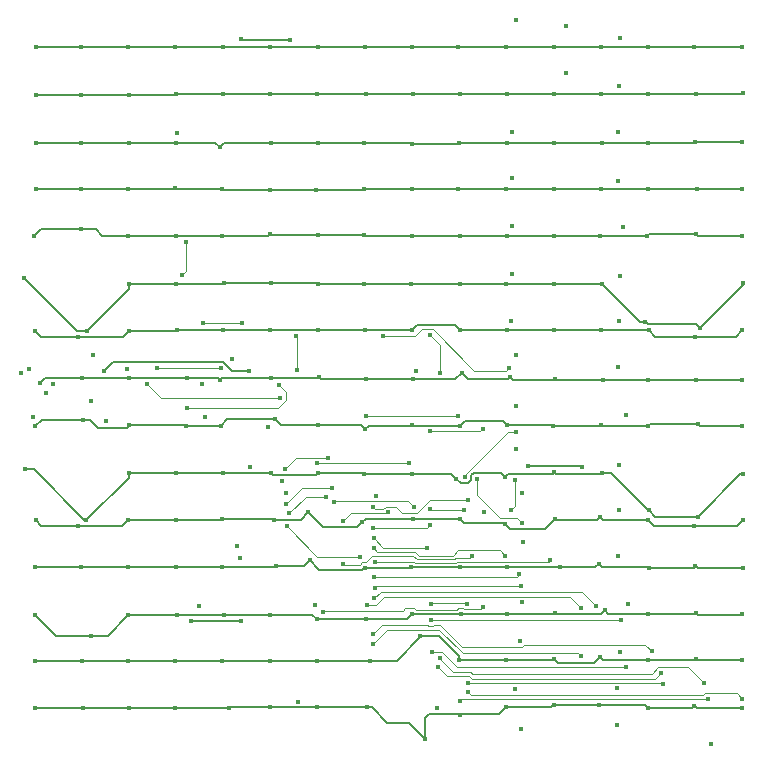
<source format=gbr>
%TF.GenerationSoftware,KiCad,Pcbnew,7.0.5*%
%TF.CreationDate,2023-09-21T19:27:35-05:00*%
%TF.ProjectId,KiCadPanel,4b694361-6450-4616-9e65-6c2e6b696361,rev?*%
%TF.SameCoordinates,Original*%
%TF.FileFunction,Copper,L3,Inr*%
%TF.FilePolarity,Positive*%
%FSLAX46Y46*%
G04 Gerber Fmt 4.6, Leading zero omitted, Abs format (unit mm)*
G04 Created by KiCad (PCBNEW 7.0.5) date 2023-09-21 19:27:35*
%MOMM*%
%LPD*%
G01*
G04 APERTURE LIST*
%TA.AperFunction,ViaPad*%
%ADD10C,0.450000*%
%TD*%
%TA.AperFunction,Conductor*%
%ADD11C,0.200000*%
%TD*%
%TA.AperFunction,Conductor*%
%ADD12C,0.150000*%
%TD*%
%TA.AperFunction,Conductor*%
%ADD13C,0.125000*%
%TD*%
G04 APERTURE END LIST*
D10*
%TO.N,+3V3*%
X144810000Y-89640000D03*
X149325500Y-89770000D03*
%TO.N,GND*%
X143460500Y-65310000D03*
X144346284Y-96068792D03*
X152325498Y-111580000D03*
X152429500Y-65570000D03*
X121210000Y-89740000D03*
X147975500Y-52450000D03*
X152500000Y-57460000D03*
X152580000Y-53440000D03*
X116920000Y-101550000D03*
X143674502Y-108520000D03*
X143770000Y-80280000D03*
X143780500Y-84620000D03*
X152429500Y-97300000D03*
X125325500Y-109610500D03*
X115090000Y-61430000D03*
X147975500Y-56390000D03*
X152790000Y-69420000D03*
X152470000Y-93410000D03*
X152530000Y-105370000D03*
X144080000Y-104480000D03*
X143420000Y-73370000D03*
X144300000Y-101220000D03*
X153260000Y-101324502D03*
X152429500Y-61420000D03*
X141020000Y-93530000D03*
X143460500Y-69330000D03*
X144279500Y-91970000D03*
X152429500Y-81320000D03*
X143460500Y-61390000D03*
X126780000Y-101420000D03*
X153100000Y-85350000D03*
X137040000Y-110140000D03*
X109070000Y-85870000D03*
X144170000Y-111890000D03*
X143380000Y-77360000D03*
X152500000Y-77370000D03*
X152490000Y-89540000D03*
X135300000Y-81580000D03*
X143790500Y-88230000D03*
X152580000Y-73600000D03*
X152325498Y-108497000D03*
%TO.N,ROW_0_OUT*%
X143760000Y-51920000D03*
%TO.N,ROW_4_OUT*%
X122900000Y-66280000D03*
X138870000Y-66230000D03*
X134980000Y-66190000D03*
X159060000Y-66220000D03*
X126840000Y-66270000D03*
X110940000Y-66170000D03*
X130900000Y-66220000D03*
X154930000Y-66230000D03*
X118870000Y-66220000D03*
X162930000Y-66220000D03*
X103100000Y-66220000D03*
X146990000Y-66230000D03*
X142950000Y-66220000D03*
X114860000Y-66150000D03*
X106930000Y-66190000D03*
X150940000Y-66220000D03*
%TO.N,ROW_8_OUT*%
X147100000Y-82260000D03*
X123020000Y-82220000D03*
X115870000Y-82210000D03*
X151090000Y-82370000D03*
X154910000Y-82370000D03*
X139153000Y-81760000D03*
X106980000Y-82210000D03*
X143270000Y-82130000D03*
X162900000Y-82390000D03*
X131020000Y-82320000D03*
X135050000Y-82340000D03*
X127055638Y-82104362D03*
X103460500Y-82610000D03*
X118674500Y-82390000D03*
X111000000Y-82220000D03*
X159040000Y-82360000D03*
%TO.N,ROW_12_OUT*%
X134890000Y-98240000D03*
X114970000Y-98200000D03*
X150750000Y-97950000D03*
X130960000Y-98270000D03*
X103060000Y-98200000D03*
X118850000Y-98240000D03*
X162980000Y-98290000D03*
X142990000Y-98240000D03*
X123450500Y-98100000D03*
X147460500Y-98250000D03*
X158950000Y-98120000D03*
X126304498Y-97650000D03*
X106970000Y-98240000D03*
X139000000Y-98250000D03*
X154990000Y-98270000D03*
X110910000Y-98240000D03*
%TO.N,ROW_1_OUT*%
X147010000Y-54230000D03*
X142900000Y-54210000D03*
X162930000Y-54200000D03*
X106960000Y-54210000D03*
X110890000Y-54200000D03*
X118960000Y-54150000D03*
X158860000Y-54200000D03*
X122930000Y-54180000D03*
X103160000Y-54230000D03*
X131000000Y-54200000D03*
X154960000Y-54180000D03*
X138870000Y-54200000D03*
X126960000Y-54210000D03*
X150920000Y-54180000D03*
X134980000Y-54230000D03*
X114910000Y-54160000D03*
%TO.N,ROW_5_OUT*%
X118900000Y-70150000D03*
X142980000Y-70170000D03*
X102970000Y-70200000D03*
X138980000Y-70170000D03*
X146960000Y-70200000D03*
X130880000Y-70120000D03*
X115000000Y-70200000D03*
X154890000Y-70220000D03*
X110950000Y-70150000D03*
X158970000Y-70010000D03*
X162870000Y-70220000D03*
X134980000Y-70150000D03*
X127000000Y-70100000D03*
X106960000Y-69630000D03*
X150860000Y-70220000D03*
X122900000Y-70050000D03*
%TO.N,ROW_9_OUT*%
X118780000Y-86260000D03*
X107090000Y-85770000D03*
X131009362Y-86570638D03*
X150920000Y-86190000D03*
X146890000Y-86260000D03*
X111020000Y-86230000D03*
X162910000Y-86280000D03*
X123320000Y-85700000D03*
X143030000Y-86230000D03*
X103060000Y-86310000D03*
X138990000Y-86240000D03*
X154940000Y-86280000D03*
X134980000Y-86230000D03*
X159150000Y-86090000D03*
X127020000Y-86230000D03*
X115856854Y-86260932D03*
%TO.N,ROW_13_OUT*%
X131020000Y-102620000D03*
X110950000Y-102300000D03*
X107780500Y-104033736D03*
X154960000Y-102200000D03*
X139077000Y-102210000D03*
X162890000Y-102230000D03*
X126880000Y-102620000D03*
X122970000Y-102250000D03*
X142970000Y-102210000D03*
X151290000Y-101890000D03*
X119030000Y-102250000D03*
X159000000Y-102070000D03*
X147100000Y-102080000D03*
X134950000Y-102210000D03*
X103060000Y-102270000D03*
X115060000Y-102260000D03*
%TO.N,ROW_2_OUT*%
X154950000Y-58140000D03*
X126910000Y-58180000D03*
X143000000Y-58160000D03*
X103130000Y-58260000D03*
X139020000Y-58180000D03*
X106940000Y-58260000D03*
X158960000Y-58140000D03*
X110970000Y-58230000D03*
X122950000Y-58180000D03*
X146960000Y-58160000D03*
X135000000Y-58190000D03*
X150920000Y-58160000D03*
X115000000Y-58210000D03*
X162980000Y-58110000D03*
X131020000Y-58180000D03*
X118940000Y-58210000D03*
%TO.N,ROW_6_OUT*%
X107400000Y-78250500D03*
X142940000Y-74220000D03*
X151050000Y-74220000D03*
X115010000Y-74260000D03*
X102070000Y-73750000D03*
X154700000Y-77440000D03*
X119020000Y-74210000D03*
X130930000Y-74220000D03*
X127040000Y-74220000D03*
X111000000Y-74270000D03*
X147000000Y-74220000D03*
X159340000Y-78000000D03*
X134910000Y-74240000D03*
X122980000Y-74210000D03*
X139030000Y-74270000D03*
X162980000Y-74210000D03*
%TO.N,ROW_10_OUT*%
X134930000Y-90360000D03*
X107350000Y-94250500D03*
X114980000Y-90230000D03*
X159130000Y-93940000D03*
X123030000Y-90230000D03*
X138674500Y-90740000D03*
X162950000Y-90310000D03*
X118950000Y-90280000D03*
X147020000Y-90190000D03*
X102159500Y-89909313D03*
X110980000Y-90240000D03*
X130930000Y-90310000D03*
X142800000Y-90580000D03*
X126980000Y-90260000D03*
X155000000Y-93420000D03*
X151020000Y-90280000D03*
%TO.N,ROW_14_OUT*%
X118850000Y-106180000D03*
X150850000Y-105820000D03*
X106980000Y-106170000D03*
X126930000Y-106150000D03*
X131380000Y-106140000D03*
X122920000Y-106140000D03*
X162920000Y-106110000D03*
X135650000Y-104015498D03*
X159000000Y-105970000D03*
X110920000Y-106160000D03*
X142930000Y-106120000D03*
X138960000Y-106110000D03*
X154930000Y-106110000D03*
X103020000Y-106190000D03*
X147010000Y-106020000D03*
X114930000Y-106180000D03*
%TO.N,ROW_3_OUT*%
X142960000Y-62290000D03*
X138910000Y-62310000D03*
X130930000Y-62290000D03*
X106950000Y-62300000D03*
X110970000Y-62300000D03*
X146940000Y-62290000D03*
X162900000Y-62260000D03*
X151020000Y-62310000D03*
X103080000Y-62330000D03*
X154940000Y-62290000D03*
X118674500Y-62670000D03*
X114980000Y-62290000D03*
X126960000Y-62310000D03*
X123030000Y-62310000D03*
X158920000Y-62260000D03*
X134960000Y-62360000D03*
%TO.N,ROW_7_OUT*%
X151000000Y-78180000D03*
X162910000Y-78180000D03*
X142990000Y-78180000D03*
X155010000Y-78180000D03*
X122960000Y-78130000D03*
X126990000Y-78180000D03*
X115040000Y-78160000D03*
X106674500Y-78750000D03*
X139000000Y-78160000D03*
X134990000Y-78160000D03*
X130960000Y-78150000D03*
X111000000Y-78200000D03*
X158950000Y-78740000D03*
X103010000Y-78210000D03*
X118920000Y-78160000D03*
X146950000Y-78160000D03*
%TO.N,ROW_11_OUT*%
X114980000Y-94220000D03*
X126150000Y-93570000D03*
X142850000Y-94550000D03*
X123250500Y-94200000D03*
X158860000Y-94710000D03*
X163000000Y-94220000D03*
X147040000Y-94130000D03*
X103100000Y-94260000D03*
X139020000Y-94170000D03*
X135010000Y-94140000D03*
X154980000Y-94220000D03*
X150840000Y-93970000D03*
X110920000Y-94240000D03*
X118860000Y-94190000D03*
X130750000Y-94400000D03*
X106674500Y-94720000D03*
%TO.N,ROW_15_OUT*%
X154920000Y-110120000D03*
X122900000Y-110110000D03*
X162900000Y-110190000D03*
X136050000Y-112750000D03*
X139030000Y-110710000D03*
X150830000Y-109870000D03*
X110970000Y-110140000D03*
X142890000Y-110110000D03*
X158850000Y-109950000D03*
X131140000Y-110090000D03*
X146950000Y-109910000D03*
X107090000Y-110130000D03*
X126910000Y-110100000D03*
X119450500Y-110130000D03*
X103050000Y-110120000D03*
X114880000Y-110130000D03*
%TO.N,SERIAL_IN0*%
X125260000Y-81510000D03*
X125120000Y-78630000D03*
%TO.N,MASTER_CLK*%
X117290000Y-77550000D03*
X120530000Y-77570000D03*
%TO.N,LATCH*%
X136469500Y-86739500D03*
X134674500Y-89430000D03*
X126890000Y-89450000D03*
X140930000Y-86490000D03*
%TO.N,LED_0_RED*%
X160260000Y-113210000D03*
%TO.N,LED_0_GREEN*%
X159980000Y-109360000D03*
X138990000Y-109600000D03*
%TO.N,LED_0_BLUE*%
X139710000Y-108810000D03*
X162920000Y-109350000D03*
%TO.N,LED_1_RED*%
X156250000Y-108140000D03*
X139670000Y-108010000D03*
%TO.N,LED_1_GREEN*%
X156000000Y-107210000D03*
X137160000Y-106675498D03*
%TO.N,LED_1_BLUE*%
X137325500Y-105890000D03*
X159690500Y-108060000D03*
%TO.N,LED_2_RED*%
X136660000Y-105370000D03*
X153080000Y-106660000D03*
%TO.N,LED_2_GREEN*%
X152680000Y-102689500D03*
X136550000Y-102709500D03*
%TO.N,LED_2_BLUE*%
X131660891Y-103906634D03*
X155250000Y-105360000D03*
%TO.N,LED_3_RED*%
X131674502Y-104710000D03*
X149300000Y-105790000D03*
%TO.N,LED_3_GREEN*%
X149250000Y-101670000D03*
X131170000Y-101420000D03*
%TO.N,LED_3_BLUE*%
X131770638Y-100870638D03*
X150530000Y-101520000D03*
%TO.N,LED_4_RED*%
X131790500Y-100030000D03*
X144220000Y-99853000D03*
%TO.N,LED_4_GREEN*%
X144000000Y-98850000D03*
X131730000Y-99020000D03*
%TO.N,LED_4_BLUE*%
X146680000Y-97590000D03*
X131790500Y-97770000D03*
%TO.N,LED_5_RED*%
X127460500Y-102010888D03*
X140950000Y-101630000D03*
%TO.N,BRIGHTNESS_PWM*%
X115470000Y-73480000D03*
X115800000Y-70720000D03*
X116250000Y-102760000D03*
X120449500Y-102770000D03*
%TO.N,ROW_8_EN*%
X143760000Y-86800000D03*
X139469638Y-90630862D03*
%TO.N,ROW_12_EN*%
X136469500Y-93280000D03*
X139340000Y-93410000D03*
%TO.N,ROW_1_EN*%
X136469000Y-78557000D03*
X137325500Y-81810000D03*
%TO.N,ROW_13_EN*%
X136580000Y-101373000D03*
X139611997Y-101313000D03*
%TO.N,LED_5_GREEN*%
X140010000Y-97260000D03*
X129080000Y-97970500D03*
%TO.N,LED_5_BLUE*%
X142870000Y-97263000D03*
X131700000Y-96630000D03*
%TO.N,LED_6_RED*%
X131730000Y-95790000D03*
X136260000Y-96600000D03*
%TO.N,LED_6_GREEN*%
X136490000Y-94639500D03*
X131670000Y-94930000D03*
%TO.N,LED_6_BLUE*%
X139740000Y-92580000D03*
X131650000Y-93170000D03*
%TO.N,LED_7_RED*%
X132960000Y-93590000D03*
X129150000Y-94330000D03*
%TO.N,LED_7_GREEN*%
X131873000Y-92170000D03*
%TO.N,LED_7_BLUE*%
X128325498Y-92724750D03*
X135090000Y-93165500D03*
%TO.N,LED_8_RED*%
X124249500Y-92910000D03*
X128219001Y-91557725D03*
%TO.N,LED_8_GREEN*%
X124580000Y-93660000D03*
X127674502Y-92260000D03*
%TO.N,LED_8_BLUE*%
X130560000Y-97336000D03*
X124360000Y-94750000D03*
%TO.N,LED_9_RED*%
X124290000Y-91949500D03*
%TO.N,LED_9_GREEN*%
X123950000Y-90950000D03*
%TO.N,LED_9_BLUE*%
X127820000Y-88963000D03*
X124230000Y-89890000D03*
%TO.N,LED_10_RED*%
X120150000Y-96430000D03*
%TO.N,LED_10_GREEN*%
X120410000Y-97450000D03*
%TO.N,MUX_B0*%
X131050000Y-85410000D03*
X138860000Y-85430000D03*
%TO.N,MUX_B1*%
X132520000Y-78649500D03*
X143150000Y-81324502D03*
X120449500Y-53470000D03*
X124650000Y-53560000D03*
%TO.N,ROW_11_EN*%
X144279500Y-94470500D03*
X140489500Y-90750050D03*
%TO.N,ROW_10_EN*%
X143303818Y-93415500D03*
X143648424Y-90818424D03*
%TO.N,LED_10_BLUE*%
X122760000Y-86380000D03*
%TO.N,LED_11_RED*%
X117467000Y-85520000D03*
%TO.N,LED_11_GREEN*%
X117194500Y-82709500D03*
%TO.N,LED_11_BLUE*%
X119700000Y-80570000D03*
%TO.N,LED_12_RED*%
X118780000Y-81380000D03*
X113350000Y-81380000D03*
%TO.N,LED_12_GREEN*%
X112540000Y-82730000D03*
X123790000Y-83880000D03*
%TO.N,LED_12_BLUE*%
X115870500Y-84750000D03*
X123720000Y-82840000D03*
%TO.N,LED_13_RED*%
X121120000Y-81640000D03*
X108880000Y-81630000D03*
%TO.N,LED_13_GREEN*%
X107950000Y-80270000D03*
%TO.N,LED_13_BLUE*%
X110810000Y-81420000D03*
%TO.N,LED_14_RED*%
X104520000Y-82740000D03*
%TO.N,LED_14_GREEN*%
X103960000Y-83450000D03*
%TO.N,LED_14_BLUE*%
X107740000Y-84145500D03*
%TO.N,LED_15_RED*%
X102560500Y-81452225D03*
%TO.N,LED_15_GREEN*%
X101840000Y-81800000D03*
%TO.N,LED_15_BLUE*%
X102880000Y-85480000D03*
%TD*%
D11*
%TO.N,+3V3*%
X144810000Y-89640000D02*
X149195500Y-89640000D01*
X149195500Y-89640000D02*
X149325500Y-89770000D01*
D12*
%TO.N,ROW_4_OUT*%
X134950000Y-66220000D02*
X134980000Y-66190000D01*
X114930000Y-66220000D02*
X114860000Y-66150000D01*
X114840000Y-66170000D02*
X114860000Y-66150000D01*
X142940000Y-66230000D02*
X142950000Y-66220000D01*
X110940000Y-66170000D02*
X114840000Y-66170000D01*
X159050000Y-66230000D02*
X159060000Y-66220000D01*
X126840000Y-66270000D02*
X122910000Y-66270000D01*
X146990000Y-66230000D02*
X150930000Y-66230000D01*
X122910000Y-66270000D02*
X122900000Y-66280000D01*
X106930000Y-66190000D02*
X110920000Y-66190000D01*
X106900000Y-66220000D02*
X106930000Y-66190000D01*
X150930000Y-66230000D02*
X150940000Y-66220000D01*
X159060000Y-66220000D02*
X162930000Y-66220000D01*
X154920000Y-66220000D02*
X154930000Y-66230000D01*
X138870000Y-66230000D02*
X142940000Y-66230000D01*
X130900000Y-66220000D02*
X134950000Y-66220000D01*
X118930000Y-66280000D02*
X118870000Y-66220000D01*
X138830000Y-66190000D02*
X138870000Y-66230000D01*
X130850000Y-66270000D02*
X130900000Y-66220000D01*
X110920000Y-66190000D02*
X110940000Y-66170000D01*
X126840000Y-66270000D02*
X130850000Y-66270000D01*
X142950000Y-66220000D02*
X146980000Y-66220000D01*
X122900000Y-66280000D02*
X118930000Y-66280000D01*
X118870000Y-66220000D02*
X114930000Y-66220000D01*
X150940000Y-66220000D02*
X154920000Y-66220000D01*
X134980000Y-66190000D02*
X138830000Y-66190000D01*
X103100000Y-66220000D02*
X106900000Y-66220000D01*
X154930000Y-66230000D02*
X159050000Y-66230000D01*
X146980000Y-66220000D02*
X146990000Y-66230000D01*
%TO.N,ROW_8_OUT*%
X159040000Y-82360000D02*
X162870000Y-82360000D01*
X147200000Y-82360000D02*
X151080000Y-82360000D01*
X143270000Y-82130000D02*
X143080000Y-82320000D01*
X115870000Y-82210000D02*
X115860000Y-82220000D01*
X143510000Y-82370000D02*
X146990000Y-82370000D01*
X118674500Y-82390000D02*
X118824500Y-82240000D01*
X123000000Y-82240000D02*
X123020000Y-82220000D01*
X118824500Y-82240000D02*
X123000000Y-82240000D01*
X126940000Y-82220000D02*
X123020000Y-82220000D01*
X127221276Y-82270000D02*
X130970000Y-82270000D01*
X138573000Y-82340000D02*
X135050000Y-82340000D01*
X106980000Y-82210000D02*
X110990000Y-82210000D01*
X143270000Y-82130000D02*
X143510000Y-82370000D01*
X103460500Y-82610000D02*
X103860500Y-82210000D01*
X103860500Y-82210000D02*
X106980000Y-82210000D01*
X162870000Y-82360000D02*
X162900000Y-82390000D01*
X139713000Y-82320000D02*
X139153000Y-81760000D01*
X131020000Y-82320000D02*
X135030000Y-82320000D01*
X115860000Y-82220000D02*
X111000000Y-82220000D01*
X154910000Y-82370000D02*
X159030000Y-82370000D01*
X130970000Y-82270000D02*
X131020000Y-82320000D01*
X143080000Y-82320000D02*
X139713000Y-82320000D01*
X118674500Y-82390000D02*
X118494500Y-82210000D01*
X147100000Y-82260000D02*
X147200000Y-82360000D01*
X151090000Y-82370000D02*
X154910000Y-82370000D01*
X127055638Y-82104362D02*
X127221276Y-82270000D01*
X151080000Y-82360000D02*
X151090000Y-82370000D01*
X118494500Y-82210000D02*
X115870000Y-82210000D01*
X159030000Y-82370000D02*
X159040000Y-82360000D01*
X139153000Y-81760000D02*
X138573000Y-82340000D01*
X127055638Y-82104362D02*
X126940000Y-82220000D01*
X146990000Y-82370000D02*
X147100000Y-82260000D01*
X135030000Y-82320000D02*
X135050000Y-82340000D01*
X110990000Y-82210000D02*
X111000000Y-82220000D01*
%TO.N,ROW_12_OUT*%
X130960000Y-98270000D02*
X134860000Y-98270000D01*
X142980000Y-98250000D02*
X142990000Y-98240000D01*
X118810000Y-98200000D02*
X118850000Y-98240000D01*
X138990000Y-98240000D02*
X139000000Y-98250000D01*
X106970000Y-98240000D02*
X110910000Y-98240000D01*
X134890000Y-98240000D02*
X138990000Y-98240000D01*
X110910000Y-98240000D02*
X114930000Y-98240000D01*
X158800000Y-98270000D02*
X154990000Y-98270000D01*
X159130000Y-98300000D02*
X162970000Y-98300000D01*
X154960000Y-98240000D02*
X154990000Y-98270000D01*
X125854498Y-98100000D02*
X126304498Y-97650000D01*
X127124498Y-98470000D02*
X130760000Y-98470000D01*
X150450000Y-98250000D02*
X147460500Y-98250000D01*
X162970000Y-98300000D02*
X162980000Y-98290000D01*
X151040000Y-98240000D02*
X154960000Y-98240000D01*
X150750000Y-97950000D02*
X151040000Y-98240000D01*
X126304498Y-97650000D02*
X127124498Y-98470000D01*
X134860000Y-98270000D02*
X134890000Y-98240000D01*
X139000000Y-98250000D02*
X142980000Y-98250000D01*
X123450500Y-98100000D02*
X125854498Y-98100000D01*
X123310500Y-98240000D02*
X118850000Y-98240000D01*
X114970000Y-98200000D02*
X118810000Y-98200000D01*
X130760000Y-98470000D02*
X130960000Y-98270000D01*
X114930000Y-98240000D02*
X114970000Y-98200000D01*
X106930000Y-98200000D02*
X106970000Y-98240000D01*
X150750000Y-97950000D02*
X150450000Y-98250000D01*
X147460500Y-98250000D02*
X143000000Y-98250000D01*
X158950000Y-98120000D02*
X158800000Y-98270000D01*
X158950000Y-98120000D02*
X159130000Y-98300000D01*
X143000000Y-98250000D02*
X142990000Y-98240000D01*
X123450500Y-98100000D02*
X123310500Y-98240000D01*
X103060000Y-98200000D02*
X106930000Y-98200000D01*
%TO.N,ROW_1_OUT*%
X103160000Y-54230000D02*
X106940000Y-54230000D01*
X147010000Y-54230000D02*
X150870000Y-54230000D01*
X114910000Y-54160000D02*
X118950000Y-54160000D01*
X158860000Y-54200000D02*
X162930000Y-54200000D01*
X126960000Y-54210000D02*
X130990000Y-54210000D01*
X150920000Y-54180000D02*
X154960000Y-54180000D01*
X106960000Y-54210000D02*
X110880000Y-54210000D01*
X118960000Y-54150000D02*
X122900000Y-54150000D01*
X122930000Y-54180000D02*
X126930000Y-54180000D01*
X154960000Y-54180000D02*
X158840000Y-54180000D01*
X134980000Y-54230000D02*
X138840000Y-54230000D01*
X110890000Y-54200000D02*
X114870000Y-54200000D01*
X131000000Y-54200000D02*
X134950000Y-54200000D01*
X142900000Y-54210000D02*
X146990000Y-54210000D01*
X138870000Y-54200000D02*
X142890000Y-54200000D01*
%TO.N,ROW_5_OUT*%
X115000000Y-70200000D02*
X111000000Y-70200000D01*
X106960000Y-69630000D02*
X103540000Y-69630000D01*
X146960000Y-70200000D02*
X146930000Y-70170000D01*
X118900000Y-70150000D02*
X115050000Y-70150000D01*
X154890000Y-70220000D02*
X150860000Y-70220000D01*
X115050000Y-70150000D02*
X115000000Y-70200000D01*
X130880000Y-70120000D02*
X127020000Y-70120000D01*
X155050000Y-70060000D02*
X154890000Y-70220000D01*
X146930000Y-70170000D02*
X142980000Y-70170000D01*
X108230000Y-69630000D02*
X108750000Y-70150000D01*
X134980000Y-70150000D02*
X130910000Y-70150000D01*
X127020000Y-70120000D02*
X127000000Y-70100000D01*
X138980000Y-70170000D02*
X135000000Y-70170000D01*
X130910000Y-70150000D02*
X130880000Y-70120000D01*
X106960000Y-69630000D02*
X108230000Y-69630000D01*
X142980000Y-70170000D02*
X138980000Y-70170000D01*
X127000000Y-70100000D02*
X122950000Y-70100000D01*
X111000000Y-70200000D02*
X110950000Y-70150000D01*
X122900000Y-70050000D02*
X122800000Y-70150000D01*
X122950000Y-70100000D02*
X122900000Y-70050000D01*
X162870000Y-70220000D02*
X159180000Y-70220000D01*
X122800000Y-70150000D02*
X118900000Y-70150000D01*
X150860000Y-70220000D02*
X146980000Y-70220000D01*
X159180000Y-70220000D02*
X158970000Y-70010000D01*
X158970000Y-70010000D02*
X158920000Y-70060000D01*
X158920000Y-70060000D02*
X155050000Y-70060000D01*
X103540000Y-69630000D02*
X102970000Y-70200000D01*
X146980000Y-70220000D02*
X146960000Y-70200000D01*
X108750000Y-70150000D02*
X110950000Y-70150000D01*
X135000000Y-70170000D02*
X134980000Y-70150000D01*
%TO.N,ROW_9_OUT*%
X130668724Y-86230000D02*
X127020000Y-86230000D01*
X138990000Y-86240000D02*
X139410000Y-85820000D01*
X142620000Y-85820000D02*
X143030000Y-86230000D01*
X155130000Y-86090000D02*
X154940000Y-86280000D01*
X107090000Y-85770000D02*
X107700000Y-85770000D01*
X123320000Y-85700000D02*
X123310000Y-85710000D01*
X150850000Y-86260000D02*
X150920000Y-86190000D01*
X119330000Y-85710000D02*
X118780000Y-86260000D01*
X150920000Y-86190000D02*
X151010000Y-86280000D01*
X115857786Y-86260000D02*
X115856854Y-86260932D01*
X143030000Y-86230000D02*
X146860000Y-86230000D01*
X159150000Y-86090000D02*
X155130000Y-86090000D01*
X131009362Y-86570638D02*
X130668724Y-86230000D01*
X146860000Y-86230000D02*
X146890000Y-86260000D01*
X134990000Y-86240000D02*
X138990000Y-86240000D01*
X159150000Y-86090000D02*
X159320000Y-86260000D01*
X123320000Y-85700000D02*
X123850000Y-86230000D01*
X134970000Y-86240000D02*
X134980000Y-86230000D01*
X139410000Y-85820000D02*
X142620000Y-85820000D01*
X107700000Y-85770000D02*
X108360000Y-86430000D01*
X131009362Y-86570638D02*
X131340000Y-86240000D01*
X108360000Y-86430000D02*
X110820000Y-86430000D01*
X151010000Y-86280000D02*
X154940000Y-86280000D01*
X123310000Y-85710000D02*
X119330000Y-85710000D01*
X118780000Y-86260000D02*
X115857786Y-86260000D01*
X146890000Y-86260000D02*
X150850000Y-86260000D01*
X115856854Y-86260932D02*
X115825922Y-86230000D01*
X131340000Y-86240000D02*
X134970000Y-86240000D01*
X123850000Y-86230000D02*
X127020000Y-86230000D01*
X162890000Y-86260000D02*
X162910000Y-86280000D01*
X134980000Y-86230000D02*
X134990000Y-86240000D01*
X103600000Y-85770000D02*
X103060000Y-86310000D01*
X110820000Y-86430000D02*
X111020000Y-86230000D01*
X107090000Y-85770000D02*
X103600000Y-85770000D01*
X115825922Y-86230000D02*
X111020000Y-86230000D01*
X159320000Y-86260000D02*
X162890000Y-86260000D01*
%TO.N,ROW_13_OUT*%
X110950000Y-102300000D02*
X115020000Y-102300000D01*
X119030000Y-102250000D02*
X122970000Y-102250000D01*
X150980000Y-102200000D02*
X147220000Y-102200000D01*
X139077000Y-102210000D02*
X139076500Y-102209500D01*
X115060000Y-102260000D02*
X119020000Y-102260000D01*
X126510000Y-102250000D02*
X122970000Y-102250000D01*
X151290000Y-101890000D02*
X151590000Y-102190000D01*
X159170000Y-102240000D02*
X162880000Y-102240000D01*
X119020000Y-102260000D02*
X119030000Y-102250000D01*
X126880000Y-102620000D02*
X131020000Y-102620000D01*
X139077000Y-102210000D02*
X142970000Y-102210000D01*
X159000000Y-102070000D02*
X159170000Y-102240000D01*
X126880000Y-102620000D02*
X126510000Y-102250000D01*
X109216264Y-104033736D02*
X110950000Y-102300000D01*
X151590000Y-102190000D02*
X154950000Y-102190000D01*
X151290000Y-101890000D02*
X150980000Y-102200000D01*
X134550000Y-102610000D02*
X134950000Y-102210000D01*
X131020000Y-102620000D02*
X131030000Y-102610000D01*
X107780500Y-104033736D02*
X109216264Y-104033736D01*
X146970000Y-102210000D02*
X142970000Y-102210000D01*
X107780500Y-104033736D02*
X107776764Y-104030000D01*
X131030000Y-102610000D02*
X134550000Y-102610000D01*
X139076500Y-102209500D02*
X134950500Y-102209500D01*
X107776764Y-104030000D02*
X104820000Y-104030000D01*
X115020000Y-102300000D02*
X115060000Y-102260000D01*
X154950000Y-102190000D02*
X154960000Y-102200000D01*
X158870000Y-102200000D02*
X154960000Y-102200000D01*
X147220000Y-102200000D02*
X147100000Y-102080000D01*
X134950500Y-102209500D02*
X134950000Y-102210000D01*
X104820000Y-104030000D02*
X103060000Y-102270000D01*
X162880000Y-102240000D02*
X162890000Y-102230000D01*
X147100000Y-102080000D02*
X146970000Y-102210000D01*
X159000000Y-102070000D02*
X158870000Y-102200000D01*
%TO.N,ROW_2_OUT*%
X134990000Y-58180000D02*
X135000000Y-58190000D01*
X158960000Y-58140000D02*
X162950000Y-58140000D01*
X150920000Y-58160000D02*
X154930000Y-58160000D01*
X110970000Y-58230000D02*
X114980000Y-58230000D01*
X146960000Y-58160000D02*
X150920000Y-58160000D01*
X139020000Y-58180000D02*
X142980000Y-58180000D01*
X131020000Y-58180000D02*
X134990000Y-58180000D01*
X103130000Y-58260000D02*
X106940000Y-58260000D01*
X114980000Y-58230000D02*
X115000000Y-58210000D01*
X135000000Y-58190000D02*
X139010000Y-58190000D01*
X162950000Y-58140000D02*
X162980000Y-58110000D01*
X143000000Y-58160000D02*
X146960000Y-58160000D01*
X122920000Y-58210000D02*
X122950000Y-58180000D01*
X122950000Y-58180000D02*
X126910000Y-58180000D01*
X110940000Y-58260000D02*
X110970000Y-58230000D01*
X106940000Y-58260000D02*
X110940000Y-58260000D01*
X154950000Y-58140000D02*
X158960000Y-58140000D01*
X126910000Y-58180000D02*
X131020000Y-58180000D01*
X118940000Y-58210000D02*
X122920000Y-58210000D01*
X142980000Y-58180000D02*
X143000000Y-58160000D01*
X115000000Y-58210000D02*
X118940000Y-58210000D01*
X154930000Y-58160000D02*
X154950000Y-58140000D01*
X139010000Y-58190000D02*
X139020000Y-58180000D01*
%TO.N,ROW_6_OUT*%
X127030000Y-74210000D02*
X127040000Y-74220000D01*
X147000000Y-74220000D02*
X151050000Y-74220000D01*
X134890000Y-74220000D02*
X134910000Y-74240000D01*
X122980000Y-74210000D02*
X127030000Y-74210000D01*
X106570500Y-78250500D02*
X107400000Y-78250500D01*
X142890000Y-74270000D02*
X142940000Y-74220000D01*
X102070000Y-73750000D02*
X106570500Y-78250500D01*
X154280000Y-77450000D02*
X154770000Y-77450000D01*
X154930000Y-77670000D02*
X159010000Y-77670000D01*
X107429500Y-78250500D02*
X111000000Y-74680000D01*
X151050000Y-74220000D02*
X154280000Y-77450000D01*
X107400000Y-78250500D02*
X107429500Y-78250500D01*
X139030000Y-74270000D02*
X142890000Y-74270000D01*
X111000000Y-74270000D02*
X115000000Y-74270000D01*
X119020000Y-74210000D02*
X122980000Y-74210000D01*
X139000000Y-74240000D02*
X139030000Y-74270000D01*
X118970000Y-74260000D02*
X119020000Y-74210000D01*
X130930000Y-74220000D02*
X134890000Y-74220000D01*
X115010000Y-74260000D02*
X118970000Y-74260000D01*
X134910000Y-74240000D02*
X139000000Y-74240000D01*
X142940000Y-74220000D02*
X147000000Y-74220000D01*
X162980000Y-74360000D02*
X162980000Y-74210000D01*
X127040000Y-74220000D02*
X130930000Y-74220000D01*
X159010000Y-77670000D02*
X159340000Y-78000000D01*
X111000000Y-74680000D02*
X111000000Y-74270000D01*
X159340000Y-78000000D02*
X162980000Y-74360000D01*
X115000000Y-74270000D02*
X115010000Y-74260000D01*
X154700000Y-77440000D02*
X154930000Y-77670000D01*
%TO.N,ROW_10_OUT*%
X151830000Y-90280000D02*
X155000000Y-93450000D01*
X130880000Y-90260000D02*
X130930000Y-90310000D01*
X151020000Y-90280000D02*
X151830000Y-90280000D01*
X150990000Y-90310000D02*
X151020000Y-90280000D01*
X140179450Y-90250550D02*
X139970000Y-90460000D01*
X146900000Y-90310000D02*
X147020000Y-90190000D01*
X130980000Y-90360000D02*
X134930000Y-90360000D01*
X114980000Y-90230000D02*
X118900000Y-90230000D01*
X147020000Y-90190000D02*
X147140000Y-90310000D01*
X142800000Y-90580000D02*
X143070000Y-90310000D01*
X139970000Y-90460000D02*
X139970000Y-90837607D01*
X139970000Y-90837607D02*
X139676745Y-91130862D01*
X110980000Y-90240000D02*
X114970000Y-90240000D01*
X142470550Y-90250550D02*
X140179450Y-90250550D01*
X102159500Y-89909313D02*
X102919313Y-89909313D01*
X126980000Y-90260000D02*
X130880000Y-90260000D01*
X130930000Y-90310000D02*
X130980000Y-90360000D01*
X138294500Y-90360000D02*
X134930000Y-90360000D01*
X155000000Y-93420000D02*
X155520000Y-93940000D01*
X138674500Y-90740000D02*
X138294500Y-90360000D01*
X114970000Y-90240000D02*
X114980000Y-90230000D01*
X110980000Y-90660000D02*
X110980000Y-90240000D01*
X162760000Y-90310000D02*
X162950000Y-90310000D01*
X139676745Y-91130862D02*
X139065362Y-91130862D01*
X147140000Y-90310000D02*
X150990000Y-90310000D01*
X102919313Y-89909313D02*
X107290000Y-94280000D01*
X107350000Y-94250500D02*
X107389500Y-94250500D01*
X159130000Y-93940000D02*
X162760000Y-90310000D01*
X126810000Y-90430000D02*
X126980000Y-90260000D01*
X122980000Y-90280000D02*
X123030000Y-90230000D01*
X123030000Y-90230000D02*
X123230000Y-90430000D01*
X123230000Y-90430000D02*
X126810000Y-90430000D01*
X139065362Y-91130862D02*
X138674500Y-90740000D01*
X155520000Y-93940000D02*
X159130000Y-93940000D01*
X107389500Y-94250500D02*
X110980000Y-90660000D01*
X118900000Y-90230000D02*
X118950000Y-90280000D01*
X118950000Y-90280000D02*
X122980000Y-90280000D01*
X142800000Y-90580000D02*
X142470550Y-90250550D01*
X143070000Y-90310000D02*
X146900000Y-90310000D01*
%TO.N,ROW_14_OUT*%
X147312500Y-106322500D02*
X147010000Y-106020000D01*
X135650000Y-104166105D02*
X133676105Y-106140000D01*
X142920000Y-106110000D02*
X142930000Y-106120000D01*
X150850000Y-105820000D02*
X150347500Y-106322500D01*
X106960000Y-106190000D02*
X106980000Y-106170000D01*
X118850000Y-106180000D02*
X114930000Y-106180000D01*
X131370000Y-106150000D02*
X126930000Y-106150000D01*
X151150000Y-106120000D02*
X154920000Y-106120000D01*
X103020000Y-106190000D02*
X106960000Y-106190000D01*
X146910000Y-106120000D02*
X142930000Y-106120000D01*
X162910000Y-106120000D02*
X162920000Y-106110000D01*
X114910000Y-106160000D02*
X114930000Y-106180000D01*
X118850000Y-106180000D02*
X118890000Y-106140000D01*
X147010000Y-106020000D02*
X146910000Y-106120000D01*
X110910000Y-106170000D02*
X110920000Y-106160000D01*
X154920000Y-106120000D02*
X154930000Y-106110000D01*
X138960000Y-105760000D02*
X138960000Y-106110000D01*
X106980000Y-106170000D02*
X110910000Y-106170000D01*
X150850000Y-105820000D02*
X151150000Y-106120000D01*
X133676105Y-106140000D02*
X131380000Y-106140000D01*
X158860000Y-106110000D02*
X154930000Y-106110000D01*
X135650000Y-104015498D02*
X135650000Y-104166105D01*
X159150000Y-106120000D02*
X162910000Y-106120000D01*
X126920000Y-106140000D02*
X126930000Y-106150000D01*
X110920000Y-106160000D02*
X114910000Y-106160000D01*
X159000000Y-105970000D02*
X158860000Y-106110000D01*
X159000000Y-105970000D02*
X159150000Y-106120000D01*
X137215498Y-104015498D02*
X138960000Y-105760000D01*
X138960000Y-106110000D02*
X142920000Y-106110000D01*
X118890000Y-106140000D02*
X122920000Y-106140000D01*
X135650000Y-104015498D02*
X137215498Y-104015498D01*
X131380000Y-106140000D02*
X131370000Y-106150000D01*
X122920000Y-106140000D02*
X126920000Y-106140000D01*
X150347500Y-106322500D02*
X147312500Y-106322500D01*
%TO.N,ROW_3_OUT*%
X142960000Y-62290000D02*
X146940000Y-62290000D01*
X134890000Y-62290000D02*
X134960000Y-62360000D01*
X106950000Y-62300000D02*
X110970000Y-62300000D01*
X146940000Y-62290000D02*
X151000000Y-62290000D01*
X151000000Y-62290000D02*
X151020000Y-62310000D01*
X123030000Y-62310000D02*
X126960000Y-62310000D01*
X154920000Y-62310000D02*
X154940000Y-62290000D01*
X123010000Y-62290000D02*
X123030000Y-62310000D01*
X103080000Y-62330000D02*
X106920000Y-62330000D01*
X138860000Y-62360000D02*
X138910000Y-62310000D01*
X118674500Y-62670000D02*
X119054500Y-62290000D01*
X106920000Y-62330000D02*
X106950000Y-62300000D01*
X126980000Y-62290000D02*
X130930000Y-62290000D01*
X110970000Y-62300000D02*
X114970000Y-62300000D01*
X114980000Y-62290000D02*
X118294500Y-62290000D01*
X158920000Y-62260000D02*
X162900000Y-62260000D01*
X151020000Y-62310000D02*
X154920000Y-62310000D01*
X142940000Y-62310000D02*
X142960000Y-62290000D01*
X134960000Y-62360000D02*
X138860000Y-62360000D01*
X119054500Y-62290000D02*
X123010000Y-62290000D01*
X158890000Y-62290000D02*
X158920000Y-62260000D01*
X118294500Y-62290000D02*
X118674500Y-62670000D01*
X138910000Y-62310000D02*
X142940000Y-62310000D01*
X114970000Y-62300000D02*
X114980000Y-62290000D01*
X130930000Y-62290000D02*
X134890000Y-62290000D01*
X126960000Y-62310000D02*
X126980000Y-62290000D01*
X154940000Y-62290000D02*
X158890000Y-62290000D01*
%TO.N,ROW_7_OUT*%
X142970000Y-78160000D02*
X142990000Y-78180000D01*
X155010000Y-78180000D02*
X155570000Y-78740000D01*
X106674500Y-78750000D02*
X110450000Y-78750000D01*
X134990000Y-78160000D02*
X135420000Y-77730000D01*
X122960000Y-78130000D02*
X126940000Y-78130000D01*
X146950000Y-78160000D02*
X150980000Y-78160000D01*
X126990000Y-78180000D02*
X130930000Y-78180000D01*
X126940000Y-78130000D02*
X126990000Y-78180000D01*
X106674500Y-78750000D02*
X103550000Y-78750000D01*
X115000000Y-78200000D02*
X115040000Y-78160000D01*
X158950000Y-78740000D02*
X162350000Y-78740000D01*
X162350000Y-78740000D02*
X162910000Y-78180000D01*
X146930000Y-78180000D02*
X146950000Y-78160000D01*
X150980000Y-78160000D02*
X151000000Y-78180000D01*
X130960000Y-78150000D02*
X134980000Y-78150000D01*
X142990000Y-78180000D02*
X146930000Y-78180000D01*
X138570000Y-77730000D02*
X139000000Y-78160000D01*
X110450000Y-78750000D02*
X111000000Y-78200000D01*
X155570000Y-78740000D02*
X158950000Y-78740000D01*
X122930000Y-78160000D02*
X122960000Y-78130000D01*
X111000000Y-78200000D02*
X115000000Y-78200000D01*
X151000000Y-78180000D02*
X155010000Y-78180000D01*
X115040000Y-78160000D02*
X118920000Y-78160000D01*
X135420000Y-77730000D02*
X138570000Y-77730000D01*
X130930000Y-78180000D02*
X130960000Y-78150000D01*
X118920000Y-78160000D02*
X122930000Y-78160000D01*
X139000000Y-78160000D02*
X142970000Y-78160000D01*
X134980000Y-78150000D02*
X134990000Y-78160000D01*
X103550000Y-78750000D02*
X103010000Y-78210000D01*
%TO.N,ROW_11_OUT*%
X155470000Y-94710000D02*
X154980000Y-94220000D01*
X143270000Y-94970000D02*
X146200000Y-94970000D01*
X158860000Y-94710000D02*
X155470000Y-94710000D01*
X139370000Y-94520000D02*
X139020000Y-94170000D01*
X125520000Y-94200000D02*
X126150000Y-93570000D01*
X130300000Y-94850000D02*
X127430000Y-94850000D01*
X123250500Y-94200000D02*
X123240500Y-94190000D01*
X106674500Y-94720000D02*
X103560000Y-94720000D01*
X134980000Y-94110000D02*
X135010000Y-94140000D01*
X123240500Y-94190000D02*
X118860000Y-94190000D01*
X150600000Y-94210000D02*
X147120000Y-94210000D01*
X123250500Y-94200000D02*
X125520000Y-94200000D01*
X131040000Y-94110000D02*
X134980000Y-94110000D01*
X138990000Y-94140000D02*
X139020000Y-94170000D01*
X154940000Y-94260000D02*
X154980000Y-94220000D01*
X150840000Y-93970000D02*
X151130000Y-94260000D01*
X110410000Y-94750000D02*
X110920000Y-94240000D01*
X151130000Y-94260000D02*
X154940000Y-94260000D01*
X110920000Y-94240000D02*
X114960000Y-94240000D01*
X135010000Y-94140000D02*
X138990000Y-94140000D01*
X106704500Y-94750000D02*
X110410000Y-94750000D01*
X142850000Y-94550000D02*
X142820000Y-94520000D01*
X114980000Y-94220000D02*
X118830000Y-94220000D01*
X114960000Y-94240000D02*
X114980000Y-94220000D01*
X130750000Y-94400000D02*
X130300000Y-94850000D01*
X103560000Y-94720000D02*
X103100000Y-94260000D01*
X150840000Y-93970000D02*
X150600000Y-94210000D01*
X106674500Y-94720000D02*
X106704500Y-94750000D01*
X146200000Y-94970000D02*
X147040000Y-94130000D01*
X130750000Y-94400000D02*
X131040000Y-94110000D01*
X162510000Y-94710000D02*
X163000000Y-94220000D01*
X142850000Y-94550000D02*
X143270000Y-94970000D01*
X142820000Y-94520000D02*
X139370000Y-94520000D01*
X158860000Y-94710000D02*
X162510000Y-94710000D01*
X127430000Y-94850000D02*
X126150000Y-93570000D01*
X147120000Y-94210000D02*
X147040000Y-94130000D01*
X118830000Y-94220000D02*
X118860000Y-94190000D01*
%TO.N,ROW_15_OUT*%
X150830000Y-109870000D02*
X146990000Y-109870000D01*
X158850000Y-109950000D02*
X158680000Y-110120000D01*
X126900000Y-110110000D02*
X126910000Y-110100000D01*
X146990000Y-109870000D02*
X146950000Y-109910000D01*
X158850000Y-109950000D02*
X159090000Y-110190000D01*
X139030000Y-110710000D02*
X139040000Y-110700000D01*
X131140000Y-110090000D02*
X131560000Y-110090000D01*
X103050000Y-110120000D02*
X107080000Y-110120000D01*
X114870000Y-110140000D02*
X114880000Y-110130000D01*
X110960000Y-110130000D02*
X110970000Y-110140000D01*
X119450500Y-110130000D02*
X114880000Y-110130000D01*
X119450500Y-110130000D02*
X119470500Y-110110000D01*
X110970000Y-110140000D02*
X114870000Y-110140000D01*
X159090000Y-110190000D02*
X162900000Y-110190000D01*
X119470500Y-110110000D02*
X122900000Y-110110000D01*
X142890000Y-110110000D02*
X146750000Y-110110000D01*
X131560000Y-110090000D02*
X132870000Y-111400000D01*
X139000000Y-110680000D02*
X136400000Y-110680000D01*
X136400000Y-110680000D02*
X136050000Y-111030000D01*
X131130000Y-110100000D02*
X131140000Y-110090000D01*
X142300000Y-110700000D02*
X142890000Y-110110000D01*
X154670000Y-109870000D02*
X154920000Y-110120000D01*
X150830000Y-109870000D02*
X154670000Y-109870000D01*
X136050000Y-111030000D02*
X136050000Y-112750000D01*
X122900000Y-110110000D02*
X126900000Y-110110000D01*
X139030000Y-110710000D02*
X139000000Y-110680000D01*
X158680000Y-110120000D02*
X154920000Y-110120000D01*
X107080000Y-110120000D02*
X107090000Y-110130000D01*
X134700000Y-111400000D02*
X136050000Y-112750000D01*
X126910000Y-110100000D02*
X131130000Y-110100000D01*
X132870000Y-111400000D02*
X134700000Y-111400000D01*
X107090000Y-110130000D02*
X110960000Y-110130000D01*
X146750000Y-110110000D02*
X146950000Y-109910000D01*
X139040000Y-110700000D02*
X142300000Y-110700000D01*
D13*
%TO.N,SERIAL_IN0*%
X125120000Y-78630000D02*
X125260000Y-78770000D01*
X125260000Y-78770000D02*
X125260000Y-81510000D01*
%TO.N,MASTER_CLK*%
X117290000Y-77550000D02*
X120510000Y-77550000D01*
X120510000Y-77550000D02*
X120530000Y-77570000D01*
%TO.N,LATCH*%
X126890000Y-89450000D02*
X134654500Y-89450000D01*
X136469500Y-86739500D02*
X140680500Y-86739500D01*
X140680500Y-86739500D02*
X140930000Y-86490000D01*
X134654500Y-89450000D02*
X134674500Y-89430000D01*
%TO.N,LED_0_GREEN*%
X139207500Y-109382500D02*
X159957500Y-109382500D01*
X138990000Y-109600000D02*
X139207500Y-109382500D01*
X159957500Y-109382500D02*
X159980000Y-109360000D01*
%TO.N,LED_0_BLUE*%
X159778070Y-108872500D02*
X162442500Y-108872500D01*
X159593070Y-109057500D02*
X159778070Y-108872500D01*
X162442500Y-108872500D02*
X162920000Y-109350000D01*
X139957500Y-109057500D02*
X159593070Y-109057500D01*
X139710000Y-108810000D02*
X139957500Y-109057500D01*
%TO.N,LED_1_RED*%
X139670000Y-108010000D02*
X156120000Y-108010000D01*
X156120000Y-108010000D02*
X156250000Y-108140000D01*
%TO.N,LED_1_GREEN*%
X155525000Y-107685000D02*
X156000000Y-107210000D01*
X140034430Y-107685000D02*
X155525000Y-107685000D01*
X139809430Y-107460000D02*
X140034430Y-107685000D01*
X137944502Y-107460000D02*
X139809430Y-107460000D01*
X137160000Y-106675498D02*
X137944502Y-107460000D01*
%TO.N,LED_1_BLUE*%
X155280570Y-107240000D02*
X140049049Y-107240000D01*
X158353000Y-106722500D02*
X155798070Y-106722500D01*
X140049049Y-107240000D02*
X139944049Y-107135000D01*
X139944049Y-107135000D02*
X138441811Y-107135000D01*
X159690500Y-108060000D02*
X158353000Y-106722500D01*
X137325500Y-106018689D02*
X137325500Y-105890000D01*
X155798070Y-106722500D02*
X155280570Y-107240000D01*
X138441811Y-107135000D02*
X137325500Y-106018689D01*
%TO.N,LED_2_RED*%
X136660000Y-105370000D02*
X137494930Y-105370000D01*
X137494930Y-105370000D02*
X138784930Y-106660000D01*
X138784930Y-106660000D02*
X153080000Y-106660000D01*
%TO.N,LED_2_GREEN*%
X136550000Y-102709500D02*
X152660000Y-102709500D01*
X152660000Y-102709500D02*
X152680000Y-102689500D01*
%TO.N,LED_2_BLUE*%
X132417525Y-103150000D02*
X136301070Y-103150000D01*
X136348070Y-103197000D02*
X136751930Y-103197000D01*
X144281930Y-104967500D02*
X144449430Y-104800000D01*
X154690000Y-104800000D02*
X155250000Y-105360000D01*
X136301070Y-103150000D02*
X136348070Y-103197000D01*
X144449430Y-104800000D02*
X154690000Y-104800000D01*
X136798930Y-103150000D02*
X137350000Y-103150000D01*
X136751930Y-103197000D02*
X136798930Y-103150000D01*
X139167500Y-104967500D02*
X144281930Y-104967500D01*
X137350000Y-103150000D02*
X139167500Y-104967500D01*
X131660891Y-103906634D02*
X132417525Y-103150000D01*
%TO.N,LED_3_RED*%
X149042500Y-105532500D02*
X149300000Y-105790000D01*
X132856004Y-103528498D02*
X137268878Y-103528498D01*
X139272880Y-105532500D02*
X149042500Y-105532500D01*
X131674502Y-104710000D02*
X132856004Y-103528498D01*
X137268878Y-103528498D02*
X139272880Y-105532500D01*
%TO.N,LED_3_GREEN*%
X132610000Y-100720000D02*
X148300000Y-100720000D01*
X148300000Y-100720000D02*
X149250000Y-101670000D01*
X131910000Y-101420000D02*
X132610000Y-100720000D01*
X131170000Y-101420000D02*
X131910000Y-101420000D01*
%TO.N,LED_3_BLUE*%
X132301276Y-100340000D02*
X149350000Y-100340000D01*
X149350000Y-100340000D02*
X150530000Y-101520000D01*
X131770638Y-100870638D02*
X132301276Y-100340000D01*
%TO.N,LED_4_RED*%
X131967500Y-99853000D02*
X144220000Y-99853000D01*
X131790500Y-100030000D02*
X131967500Y-99853000D01*
%TO.N,LED_4_GREEN*%
X131730000Y-99020000D02*
X143830000Y-99020000D01*
X143830000Y-99020000D02*
X144000000Y-98850000D01*
%TO.N,LED_4_BLUE*%
X131790500Y-97770000D02*
X131808000Y-97752500D01*
X138808070Y-97752500D02*
X146517500Y-97752500D01*
X131808000Y-97752500D02*
X135091930Y-97752500D01*
X138658070Y-97902500D02*
X138808070Y-97752500D01*
X135091930Y-97752500D02*
X135241930Y-97902500D01*
X146517500Y-97752500D02*
X146680000Y-97590000D01*
X135241930Y-97902500D02*
X138658070Y-97902500D01*
%TO.N,LED_5_RED*%
X135289430Y-101860000D02*
X138737570Y-101860000D01*
X134337500Y-101722500D02*
X135151930Y-101722500D01*
X140780000Y-101800000D02*
X140950000Y-101630000D01*
X138875070Y-101722500D02*
X139278930Y-101722500D01*
X139278930Y-101722500D02*
X139356430Y-101800000D01*
X127563888Y-101907500D02*
X134152500Y-101907500D01*
X139356430Y-101800000D02*
X140780000Y-101800000D01*
X135151930Y-101722500D02*
X135289430Y-101860000D01*
X127460500Y-102010888D02*
X127563888Y-101907500D01*
X138737570Y-101860000D02*
X138875070Y-101722500D01*
X134152500Y-101907500D02*
X134337500Y-101722500D01*
%TO.N,BRIGHTNESS_PWM*%
X115800000Y-73150000D02*
X115470000Y-73480000D01*
D12*
X120449500Y-102770000D02*
X116260000Y-102770000D01*
D13*
X115800000Y-70720000D02*
X115800000Y-73150000D01*
D12*
X116260000Y-102770000D02*
X116250000Y-102760000D01*
D13*
%TO.N,ROW_8_EN*%
X143120000Y-86800000D02*
X143760000Y-86800000D01*
X139469638Y-90450362D02*
X143120000Y-86800000D01*
X139469638Y-90630862D02*
X139469638Y-90450362D01*
%TO.N,ROW_12_EN*%
X136599500Y-93410000D02*
X139340000Y-93410000D01*
X136469500Y-93280000D02*
X136599500Y-93410000D01*
%TO.N,ROW_1_EN*%
X136469000Y-78557000D02*
X137325500Y-79413500D01*
X137325500Y-79413500D02*
X137325500Y-81810000D01*
%TO.N,ROW_13_EN*%
X136725500Y-101227500D02*
X136580000Y-101373000D01*
X139526497Y-101227500D02*
X136725500Y-101227500D01*
X139611997Y-101313000D02*
X139526497Y-101227500D01*
%TO.N,LED_5_GREEN*%
X138673451Y-97427500D02*
X139842500Y-97427500D01*
X129129500Y-98020000D02*
X130520570Y-98020000D01*
X135376549Y-97577500D02*
X138523450Y-97577500D01*
X130758070Y-97782500D02*
X131067500Y-97782500D01*
X139842500Y-97427500D02*
X140010000Y-97260000D01*
X135082049Y-97283000D02*
X135376549Y-97577500D01*
X131567000Y-97283000D02*
X135082049Y-97283000D01*
X129080000Y-97970500D02*
X129129500Y-98020000D01*
X130520570Y-98020000D02*
X130758070Y-97782500D01*
X138523450Y-97577500D02*
X138673451Y-97427500D01*
X131067500Y-97782500D02*
X131567000Y-97283000D01*
%TO.N,LED_5_BLUE*%
X142379500Y-96772500D02*
X142870000Y-97263000D01*
X135511169Y-97252500D02*
X138388832Y-97252500D01*
X131700000Y-96630000D02*
X132028000Y-96958000D01*
X138388832Y-97252500D02*
X138868832Y-96772500D01*
X138868832Y-96772500D02*
X142379500Y-96772500D01*
X135216669Y-96958000D02*
X135511169Y-97252500D01*
X132028000Y-96958000D02*
X135216669Y-96958000D01*
%TO.N,LED_6_RED*%
X131730000Y-95790000D02*
X132540000Y-96600000D01*
X132540000Y-96600000D02*
X136260000Y-96600000D01*
%TO.N,LED_6_GREEN*%
X136199500Y-94930000D02*
X136490000Y-94639500D01*
X131670000Y-94930000D02*
X136199500Y-94930000D01*
%TO.N,LED_6_BLUE*%
X132758070Y-93102500D02*
X133582500Y-93102500D01*
X136480070Y-92580000D02*
X139740000Y-92580000D01*
X134132500Y-93652500D02*
X135407570Y-93652500D01*
X133582500Y-93102500D02*
X134132500Y-93652500D01*
X135407570Y-93652500D02*
X136480070Y-92580000D01*
X132528070Y-93332500D02*
X132758070Y-93102500D01*
X131650000Y-93170000D02*
X131812500Y-93332500D01*
X131812500Y-93332500D02*
X132528070Y-93332500D01*
%TO.N,LED_7_RED*%
X129822500Y-93657500D02*
X132892500Y-93657500D01*
X129150000Y-94330000D02*
X129822500Y-93657500D01*
X132892500Y-93657500D02*
X132960000Y-93590000D01*
%TO.N,LED_7_BLUE*%
X128325498Y-92724750D02*
X128392748Y-92657500D01*
X128392748Y-92657500D02*
X134582000Y-92657500D01*
X134582000Y-92657500D02*
X135090000Y-93165500D01*
%TO.N,LED_8_RED*%
X128219001Y-91557725D02*
X125601775Y-91557725D01*
X125601775Y-91557725D02*
X124249500Y-92910000D01*
%TO.N,LED_8_GREEN*%
X125940000Y-92300000D02*
X127525000Y-92300000D01*
X124580000Y-93660000D02*
X125940000Y-92300000D01*
%TO.N,LED_8_BLUE*%
X124360000Y-94750000D02*
X126946000Y-97336000D01*
X126946000Y-97336000D02*
X130560000Y-97336000D01*
%TO.N,LED_9_BLUE*%
X127819500Y-88962500D02*
X127820000Y-88963000D01*
X125157500Y-88962500D02*
X127819500Y-88962500D01*
X124230000Y-89890000D02*
X125157500Y-88962500D01*
%TO.N,MUX_B0*%
X138860000Y-85430000D02*
X131070000Y-85430000D01*
X131070000Y-85430000D02*
X131050000Y-85410000D01*
%TO.N,MUX_B1*%
X136700000Y-78070000D02*
X135769430Y-78070000D01*
X140210000Y-81580000D02*
X136700000Y-78070000D01*
X142894502Y-81580000D02*
X140210000Y-81580000D01*
X135189930Y-78649500D02*
X132520000Y-78649500D01*
D12*
X124630000Y-53580000D02*
X124650000Y-53560000D01*
D13*
X135769430Y-78070000D02*
X135189930Y-78649500D01*
X143150000Y-81324502D02*
X142894502Y-81580000D01*
D12*
X120559500Y-53580000D02*
X124630000Y-53580000D01*
X120449500Y-53470000D02*
X120559500Y-53580000D01*
D13*
%TO.N,ROW_11_EN*%
X140489500Y-90750050D02*
X140489500Y-92139500D01*
X140489500Y-92139500D02*
X142410000Y-94060000D01*
X143869000Y-94060000D02*
X144279500Y-94470500D01*
X142410000Y-94060000D02*
X143869000Y-94060000D01*
%TO.N,ROW_10_EN*%
X143648424Y-93070894D02*
X143648424Y-90818424D01*
X143303818Y-93415500D02*
X143648424Y-93070894D01*
%TO.N,LED_12_RED*%
X118780000Y-81380000D02*
X113350000Y-81380000D01*
%TO.N,LED_12_GREEN*%
X123790000Y-83880000D02*
X113690000Y-83880000D01*
X113690000Y-83880000D02*
X112540000Y-82730000D01*
%TO.N,LED_12_BLUE*%
X123720000Y-82840000D02*
X124277500Y-83397500D01*
X123609430Y-84750000D02*
X115870500Y-84750000D01*
X124277500Y-83397500D02*
X124277500Y-84081930D01*
X124277500Y-84081930D02*
X123609430Y-84750000D01*
D12*
%TO.N,LED_13_RED*%
X121120000Y-81640000D02*
X119747107Y-81640000D01*
X118987107Y-80880000D02*
X109630000Y-80880000D01*
X109630000Y-80880000D02*
X108880000Y-81630000D01*
X119747107Y-81640000D02*
X118987107Y-80880000D01*
%TD*%
M02*

</source>
